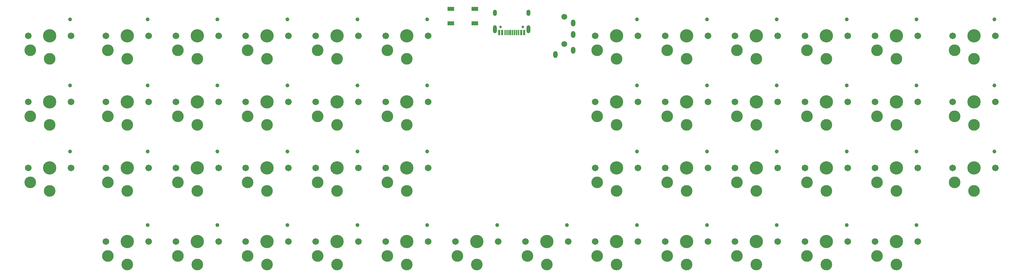
<source format=gbr>
%TF.GenerationSoftware,KiCad,Pcbnew,(5.1.10)-1*%
%TF.CreationDate,2022-05-07T17:57:56+07:00*%
%TF.ProjectId,Onsen48,4f6e7365-6e34-4382-9e6b-696361645f70,rev?*%
%TF.SameCoordinates,Original*%
%TF.FileFunction,Soldermask,Top*%
%TF.FilePolarity,Negative*%
%FSLAX46Y46*%
G04 Gerber Fmt 4.6, Leading zero omitted, Abs format (unit mm)*
G04 Created by KiCad (PCBNEW (5.1.10)-1) date 2022-05-07 17:57:56*
%MOMM*%
%LPD*%
G01*
G04 APERTURE LIST*
%ADD10R,0.600000X1.450000*%
%ADD11R,0.300000X1.450000*%
%ADD12C,0.650000*%
%ADD13O,1.000000X2.100000*%
%ADD14O,1.000000X1.600000*%
%ADD15R,1.800000X1.100000*%
%ADD16C,1.500000*%
%ADD17O,1.200000X1.800000*%
%ADD18C,1.701800*%
%ADD19C,3.000000*%
%ADD20C,3.429000*%
%ADD21C,0.990600*%
G04 APERTURE END LIST*
D10*
%TO.C,USB1*%
X145775000Y-46195000D03*
X152225000Y-46195000D03*
X146550000Y-46195000D03*
X151450000Y-46195000D03*
D11*
X150750000Y-46195000D03*
X147250000Y-46195000D03*
X150250000Y-46195000D03*
X147750000Y-46195000D03*
X149750000Y-46195000D03*
X148250000Y-46195000D03*
X148750000Y-46195000D03*
X149250000Y-46195000D03*
D12*
X146110000Y-44750000D03*
X151890000Y-44750000D03*
D13*
X153320000Y-45280000D03*
X144680000Y-45280000D03*
D14*
X153320000Y-41100000D03*
X144680000Y-41100000D03*
%TD*%
D15*
%TO.C,SW1*%
X133300000Y-43750000D03*
X139500000Y-40050000D03*
X133300000Y-40050000D03*
X139500000Y-43750000D03*
%TD*%
D16*
%TO.C,J1*%
X162500000Y-49100000D03*
X162500000Y-42100000D03*
D17*
X160200000Y-51800000D03*
X164800000Y-50700000D03*
X164800000Y-46700000D03*
X164800000Y-43700000D03*
%TD*%
D18*
%TO.C,MX60*%
X242500000Y-100000000D03*
X253500000Y-100000000D03*
D19*
X243000000Y-103750000D03*
D20*
X248000000Y-100000000D03*
D19*
X248000000Y-105950000D03*
D21*
X253220000Y-95800000D03*
%TD*%
D18*
%TO.C,MX59*%
X262500000Y-81000000D03*
X273500000Y-81000000D03*
D19*
X263000000Y-84750000D03*
D20*
X268000000Y-81000000D03*
D19*
X268000000Y-86950000D03*
D21*
X273220000Y-76800000D03*
%TD*%
D18*
%TO.C,MX58*%
X262500000Y-64000000D03*
X273500000Y-64000000D03*
D19*
X263000000Y-67750000D03*
D20*
X268000000Y-64000000D03*
D19*
X268000000Y-69950000D03*
D21*
X273220000Y-59800000D03*
%TD*%
D18*
%TO.C,MX57*%
X262500000Y-47000000D03*
X273500000Y-47000000D03*
D19*
X263000000Y-50750000D03*
D20*
X268000000Y-47000000D03*
D19*
X268000000Y-52950000D03*
D21*
X273220000Y-42800000D03*
%TD*%
D18*
%TO.C,MX55*%
X224500000Y-100000000D03*
X235500000Y-100000000D03*
D19*
X225000000Y-103750000D03*
D20*
X230000000Y-100000000D03*
D19*
X230000000Y-105950000D03*
D21*
X235220000Y-95800000D03*
%TD*%
D18*
%TO.C,MX54*%
X242500000Y-81000000D03*
X253500000Y-81000000D03*
D19*
X243000000Y-84750000D03*
D20*
X248000000Y-81000000D03*
D19*
X248000000Y-86950000D03*
D21*
X253220000Y-76800000D03*
%TD*%
D18*
%TO.C,MX53*%
X242500000Y-64000000D03*
X253500000Y-64000000D03*
D19*
X243000000Y-67750000D03*
D20*
X248000000Y-64000000D03*
D19*
X248000000Y-69950000D03*
D21*
X253220000Y-59800000D03*
%TD*%
D18*
%TO.C,MX52*%
X242500000Y-47000000D03*
X253500000Y-47000000D03*
D19*
X243000000Y-50750000D03*
D20*
X248000000Y-47000000D03*
D19*
X248000000Y-52950000D03*
D21*
X253220000Y-42800000D03*
%TD*%
D18*
%TO.C,MX50*%
X206500000Y-100000000D03*
X217500000Y-100000000D03*
D19*
X207000000Y-103750000D03*
D20*
X212000000Y-100000000D03*
D19*
X212000000Y-105950000D03*
D21*
X217220000Y-95800000D03*
%TD*%
D18*
%TO.C,MX49*%
X224500000Y-81000000D03*
X235500000Y-81000000D03*
D19*
X225000000Y-84750000D03*
D20*
X230000000Y-81000000D03*
D19*
X230000000Y-86950000D03*
D21*
X235220000Y-76800000D03*
%TD*%
D18*
%TO.C,MX48*%
X224500000Y-64000000D03*
X235500000Y-64000000D03*
D19*
X225000000Y-67750000D03*
D20*
X230000000Y-64000000D03*
D19*
X230000000Y-69950000D03*
D21*
X235220000Y-59800000D03*
%TD*%
D18*
%TO.C,MX47*%
X224500000Y-47000000D03*
X235500000Y-47000000D03*
D19*
X225000000Y-50750000D03*
D20*
X230000000Y-47000000D03*
D19*
X230000000Y-52950000D03*
D21*
X235220000Y-42800000D03*
%TD*%
D18*
%TO.C,MX45*%
X188500000Y-100000000D03*
X199500000Y-100000000D03*
D19*
X189000000Y-103750000D03*
D20*
X194000000Y-100000000D03*
D19*
X194000000Y-105950000D03*
D21*
X199220000Y-95800000D03*
%TD*%
D18*
%TO.C,MX44*%
X206500000Y-81000000D03*
X217500000Y-81000000D03*
D19*
X207000000Y-84750000D03*
D20*
X212000000Y-81000000D03*
D19*
X212000000Y-86950000D03*
D21*
X217220000Y-76800000D03*
%TD*%
D18*
%TO.C,MX43*%
X206500000Y-64000000D03*
X217500000Y-64000000D03*
D19*
X207000000Y-67750000D03*
D20*
X212000000Y-64000000D03*
D19*
X212000000Y-69950000D03*
D21*
X217220000Y-59800000D03*
%TD*%
D18*
%TO.C,MX42*%
X206500000Y-47000000D03*
X217500000Y-47000000D03*
D19*
X207000000Y-50750000D03*
D20*
X212000000Y-47000000D03*
D19*
X212000000Y-52950000D03*
D21*
X217220000Y-42800000D03*
%TD*%
D18*
%TO.C,MX40*%
X170500000Y-100000000D03*
X181500000Y-100000000D03*
D19*
X171000000Y-103750000D03*
D20*
X176000000Y-100000000D03*
D19*
X176000000Y-105950000D03*
D21*
X181220000Y-95800000D03*
%TD*%
D18*
%TO.C,MX39*%
X188500000Y-81000000D03*
X199500000Y-81000000D03*
D19*
X189000000Y-84750000D03*
D20*
X194000000Y-81000000D03*
D19*
X194000000Y-86950000D03*
D21*
X199220000Y-76800000D03*
%TD*%
D18*
%TO.C,MX38*%
X188500000Y-64000000D03*
X199500000Y-64000000D03*
D19*
X189000000Y-67750000D03*
D20*
X194000000Y-64000000D03*
D19*
X194000000Y-69950000D03*
D21*
X199220000Y-59800000D03*
%TD*%
D18*
%TO.C,MX37*%
X188500000Y-47000000D03*
X199500000Y-47000000D03*
D19*
X189000000Y-50750000D03*
D20*
X194000000Y-47000000D03*
D19*
X194000000Y-52950000D03*
D21*
X199220000Y-42800000D03*
%TD*%
D18*
%TO.C,MX35*%
X152500000Y-100000000D03*
X163500000Y-100000000D03*
D19*
X153000000Y-103750000D03*
D20*
X158000000Y-100000000D03*
D19*
X158000000Y-105950000D03*
D21*
X163220000Y-95800000D03*
%TD*%
D18*
%TO.C,MX34*%
X170500000Y-81000000D03*
X181500000Y-81000000D03*
D19*
X171000000Y-84750000D03*
D20*
X176000000Y-81000000D03*
D19*
X176000000Y-86950000D03*
D21*
X181220000Y-76800000D03*
%TD*%
D18*
%TO.C,MX33*%
X170500000Y-64000000D03*
X181500000Y-64000000D03*
D19*
X171000000Y-67750000D03*
D20*
X176000000Y-64000000D03*
D19*
X176000000Y-69950000D03*
D21*
X181220000Y-59800000D03*
%TD*%
D18*
%TO.C,MX32*%
X170500000Y-47000000D03*
X181500000Y-47000000D03*
D19*
X171000000Y-50750000D03*
D20*
X176000000Y-47000000D03*
D19*
X176000000Y-52950000D03*
D21*
X181220000Y-42800000D03*
%TD*%
D18*
%TO.C,MX30*%
X134500000Y-100000000D03*
X145500000Y-100000000D03*
D19*
X135000000Y-103750000D03*
D20*
X140000000Y-100000000D03*
D19*
X140000000Y-105950000D03*
D21*
X145220000Y-95800000D03*
%TD*%
D18*
%TO.C,MX29*%
X116500000Y-81000000D03*
X127500000Y-81000000D03*
D19*
X117000000Y-84750000D03*
D20*
X122000000Y-81000000D03*
D19*
X122000000Y-86950000D03*
D21*
X127220000Y-76800000D03*
%TD*%
D18*
%TO.C,MX28*%
X116500000Y-64000000D03*
X127500000Y-64000000D03*
D19*
X117000000Y-67750000D03*
D20*
X122000000Y-64000000D03*
D19*
X122000000Y-69950000D03*
D21*
X127220000Y-59800000D03*
%TD*%
D18*
%TO.C,MX27*%
X116500000Y-47000000D03*
X127500000Y-47000000D03*
D19*
X117000000Y-50750000D03*
D20*
X122000000Y-47000000D03*
D19*
X122000000Y-52950000D03*
D21*
X127220000Y-42800000D03*
%TD*%
D18*
%TO.C,MX25*%
X116500000Y-100000000D03*
X127500000Y-100000000D03*
D19*
X117000000Y-103750000D03*
D20*
X122000000Y-100000000D03*
D19*
X122000000Y-105950000D03*
D21*
X127220000Y-95800000D03*
%TD*%
D18*
%TO.C,MX24*%
X98500000Y-81000000D03*
X109500000Y-81000000D03*
D19*
X99000000Y-84750000D03*
D20*
X104000000Y-81000000D03*
D19*
X104000000Y-86950000D03*
D21*
X109220000Y-76800000D03*
%TD*%
D18*
%TO.C,MX23*%
X98500000Y-64000000D03*
X109500000Y-64000000D03*
D19*
X99000000Y-67750000D03*
D20*
X104000000Y-64000000D03*
D19*
X104000000Y-69950000D03*
D21*
X109220000Y-59800000D03*
%TD*%
D18*
%TO.C,MX22*%
X98500000Y-47000000D03*
X109500000Y-47000000D03*
D19*
X99000000Y-50750000D03*
D20*
X104000000Y-47000000D03*
D19*
X104000000Y-52950000D03*
D21*
X109220000Y-42800000D03*
%TD*%
D18*
%TO.C,MX20*%
X98500000Y-100000000D03*
X109500000Y-100000000D03*
D19*
X99000000Y-103750000D03*
D20*
X104000000Y-100000000D03*
D19*
X104000000Y-105950000D03*
D21*
X109220000Y-95800000D03*
%TD*%
D18*
%TO.C,MX19*%
X80500000Y-81000000D03*
X91500000Y-81000000D03*
D19*
X81000000Y-84750000D03*
D20*
X86000000Y-81000000D03*
D19*
X86000000Y-86950000D03*
D21*
X91220000Y-76800000D03*
%TD*%
D18*
%TO.C,MX18*%
X80500000Y-64000000D03*
X91500000Y-64000000D03*
D19*
X81000000Y-67750000D03*
D20*
X86000000Y-64000000D03*
D19*
X86000000Y-69950000D03*
D21*
X91220000Y-59800000D03*
%TD*%
D18*
%TO.C,MX17*%
X80500000Y-47000000D03*
X91500000Y-47000000D03*
D19*
X81000000Y-50750000D03*
D20*
X86000000Y-47000000D03*
D19*
X86000000Y-52950000D03*
D21*
X91220000Y-42800000D03*
%TD*%
D18*
%TO.C,MX15*%
X80500000Y-100000000D03*
X91500000Y-100000000D03*
D19*
X81000000Y-103750000D03*
D20*
X86000000Y-100000000D03*
D19*
X86000000Y-105950000D03*
D21*
X91220000Y-95800000D03*
%TD*%
D18*
%TO.C,MX14*%
X62500000Y-81000000D03*
X73500000Y-81000000D03*
D19*
X63000000Y-84750000D03*
D20*
X68000000Y-81000000D03*
D19*
X68000000Y-86950000D03*
D21*
X73220000Y-76800000D03*
%TD*%
D18*
%TO.C,MX13*%
X62500000Y-64000000D03*
X73500000Y-64000000D03*
D19*
X63000000Y-67750000D03*
D20*
X68000000Y-64000000D03*
D19*
X68000000Y-69950000D03*
D21*
X73220000Y-59800000D03*
%TD*%
D18*
%TO.C,MX12*%
X62500000Y-47000000D03*
X73500000Y-47000000D03*
D19*
X63000000Y-50750000D03*
D20*
X68000000Y-47000000D03*
D19*
X68000000Y-52950000D03*
D21*
X73220000Y-42800000D03*
%TD*%
D18*
%TO.C,MX10*%
X62500000Y-100000000D03*
X73500000Y-100000000D03*
D19*
X63000000Y-103750000D03*
D20*
X68000000Y-100000000D03*
D19*
X68000000Y-105950000D03*
D21*
X73220000Y-95800000D03*
%TD*%
D18*
%TO.C,MX9*%
X44500000Y-81000000D03*
X55500000Y-81000000D03*
D19*
X45000000Y-84750000D03*
D20*
X50000000Y-81000000D03*
D19*
X50000000Y-86950000D03*
D21*
X55220000Y-76800000D03*
%TD*%
D18*
%TO.C,MX8*%
X44500000Y-64000000D03*
X55500000Y-64000000D03*
D19*
X45000000Y-67750000D03*
D20*
X50000000Y-64000000D03*
D19*
X50000000Y-69950000D03*
D21*
X55220000Y-59800000D03*
%TD*%
D18*
%TO.C,MX7*%
X44500000Y-47000000D03*
X55500000Y-47000000D03*
D19*
X45000000Y-50750000D03*
D20*
X50000000Y-47000000D03*
D19*
X50000000Y-52950000D03*
D21*
X55220000Y-42800000D03*
%TD*%
D18*
%TO.C,MX5*%
X44500000Y-100000000D03*
X55500000Y-100000000D03*
D19*
X45000000Y-103750000D03*
D20*
X50000000Y-100000000D03*
D19*
X50000000Y-105950000D03*
D21*
X55220000Y-95800000D03*
%TD*%
D18*
%TO.C,MX4*%
X24500000Y-81000000D03*
X35500000Y-81000000D03*
D19*
X25000000Y-84750000D03*
D20*
X30000000Y-81000000D03*
D19*
X30000000Y-86950000D03*
D21*
X35220000Y-76800000D03*
%TD*%
D18*
%TO.C,MX3*%
X24500000Y-64000000D03*
X35500000Y-64000000D03*
D19*
X25000000Y-67750000D03*
D20*
X30000000Y-64000000D03*
D19*
X30000000Y-69950000D03*
D21*
X35220000Y-59800000D03*
%TD*%
D18*
%TO.C,MX2*%
X24500000Y-47000000D03*
X35500000Y-47000000D03*
D19*
X25000000Y-50750000D03*
D20*
X30000000Y-47000000D03*
D19*
X30000000Y-52950000D03*
D21*
X35220000Y-42800000D03*
%TD*%
M02*

</source>
